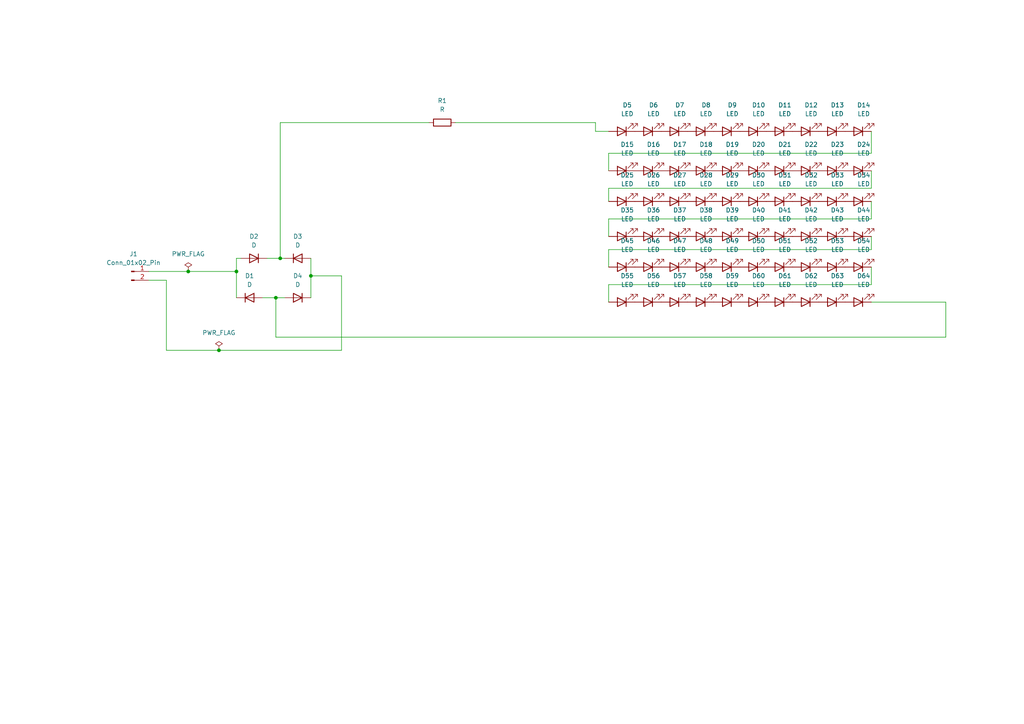
<source format=kicad_sch>
(kicad_sch (version 20230121) (generator eeschema)
  (paper "A4")
  (lib_symbols
    (symbol "Connector:Conn_01x02_Pin" (pin_names (offset 1.016) hide)
      (property "Reference" "J" (at 0 2.54 0))
      (property "Value" "Conn_01x02_Pin" (at 0 -5.08 0))
      (symbol "Conn_01x02_Pin_1_1"
        (polyline (pts (xy 1.27 -2.54) (xy 0.8636 -2.54)) (stroke (width 0.1524)))
        (polyline (pts (xy 1.27 0) (xy 0.8636 0)) (stroke (width 0.1524)))
        (rectangle (start 0.8636 -2.413) (end 0 -2.667) (stroke (width 0.1524)) (fill (type outline)))
        (rectangle (start 0.8636 0.127) (end 0 -0.127) (stroke (width 0.1524)) (fill (type outline)))
        (pin passive line (at 5.08 0 180) (length 3.81) (name "Pin_1") (number "1"))
        (pin passive line (at 5.08 -2.54 180) (length 3.81) (name "Pin_2") (number "2"))
      )
    )
    (symbol "Device:D" (pin_numbers hide) (pin_names (offset 1.016) hide)
      (property "Reference" "D" (at 0 2.54 0))
      (property "Value" "D" (at 0 -2.54 0))
      (symbol "D_0_1"
        (polyline (pts (xy -1.27 1.27) (xy -1.27 -1.27)) (stroke (width 0.254)))
        (polyline (pts (xy 1.27 0) (xy -1.27 0)))
        (polyline (pts (xy 1.27 1.27) (xy 1.27 -1.27) (xy -1.27 0) (xy 1.27 1.27)) (stroke (width 0.254)))
      )
      (symbol "D_1_1"
        (pin passive line (at -3.81 0 0) (length 2.54) (name "K") (number "1"))
        (pin passive line (at 3.81 0 180) (length 2.54) (name "A") (number "2"))
      )
    )
    (symbol "Device:LED" (pin_numbers hide) (pin_names (offset 1.016) hide)
      (property "Reference" "D" (at 0 2.54 0))
      (property "Value" "LED" (at 0 -2.54 0))
      (symbol "LED_0_1"
        (polyline (pts (xy -1.27 -1.27) (xy -1.27 1.27)) (stroke (width 0.254)))
        (polyline (pts (xy -1.27 0) (xy 1.27 0)))
        (polyline (pts (xy 1.27 -1.27) (xy 1.27 1.27) (xy -1.27 0) (xy 1.27 -1.27)) (stroke (width 0.254)))
        (polyline (pts (xy -3.048 -0.762) (xy -4.572 -2.286) (xy -3.81 -2.286) (xy -4.572 -2.286) (xy -4.572 -1.524)))
        (polyline (pts (xy -1.778 -0.762) (xy -3.302 -2.286) (xy -2.54 -2.286) (xy -3.302 -2.286) (xy -3.302 -1.524)))
      )
      (symbol "LED_1_1"
        (pin passive line (at -3.81 0 0) (length 2.54) (name "K") (number "1"))
        (pin passive line (at 3.81 0 180) (length 2.54) (name "A") (number "2"))
      )
    )
    (symbol "Device:R" (pin_numbers hide) (pin_names (offset 0))
      (property "Reference" "R" (at 2.032 0 90))
      (property "Value" "R" (at 0 0 90))
      (symbol "R_0_1"
        (rectangle (start -1.016 -2.54) (end 1.016 2.54) (stroke (width 0.254)))
      )
      (symbol "R_1_1"
        (pin passive line (at 0 3.81 270) (length 1.27) (name "~") (number "1"))
        (pin passive line (at 0 -3.81 90) (length 1.27) (name "~") (number "2"))
      )
    )
    (symbol "power:PWR_FLAG" (power) (pin_numbers hide) (pin_names (offset 0) hide)
      (property "Value" "PWR_FLAG" (at 0 3.81 0))
      (symbol "PWR_FLAG_0_0"
        (pin power_out line (at 0 0 90) (length 0) (name "pwr") (number "1"))
      )
      (symbol "PWR_FLAG_0_1"
        (polyline (pts (xy 0 0) (xy 0 1.27) (xy -1.016 1.905) (xy 0 2.54) (xy 1.016 1.905) (xy 0 1.27)))
      )
    )
  )
  (junction (at 54.61 78.74))
  (junction (at 80.01 86.36))
  (junction (at 81.28 74.93))
  (junction (at 63.5 101.6))
  (junction (at 68.58 78.74))
  (junction (at 90.17 80.01))
  (wire (pts (xy 252.73 54.61) (xy 176.53 54.61)))
  (wire (pts (xy 176.53 82.55) (xy 176.53 87.63)))
  (wire (pts (xy 176.53 54.61) (xy 176.53 58.42)))
  (wire (pts (xy 63.5 101.6) (xy 99.06 101.6)))
  (wire (pts (xy 252.73 72.39) (xy 176.53 72.39)))
  (wire (pts (xy 172.72 35.56) (xy 172.72 38.1)))
  (wire (pts (xy 172.72 38.1) (xy 176.53 38.1)))
  (wire (pts (xy 68.58 74.93) (xy 69.85 74.93)))
  (wire (pts (xy 90.17 74.93) (xy 90.17 80.01)))
  (wire (pts (xy 252.73 77.47) (xy 252.73 82.55)))
  (wire (pts (xy 274.32 87.63) (xy 274.32 97.79)))
  (wire (pts (xy 90.17 80.01) (xy 90.17 86.36)))
  (wire (pts (xy 48.26 81.28) (xy 48.26 101.6)))
  (wire (pts (xy 252.73 82.55) (xy 176.53 82.55)))
  (wire (pts (xy 80.01 86.36) (xy 82.55 86.36)))
  (wire (pts (xy 274.32 97.79) (xy 80.01 97.79)))
  (wire (pts (xy 252.73 68.58) (xy 252.73 72.39)))
  (wire (pts (xy 48.26 101.6) (xy 63.5 101.6)))
  (wire (pts (xy 252.73 87.63) (xy 274.32 87.63)))
  (wire (pts (xy 176.53 63.5) (xy 176.53 68.58)))
  (wire (pts (xy 252.73 63.5) (xy 176.53 63.5)))
  (wire (pts (xy 43.18 81.28) (xy 48.26 81.28)))
  (wire (pts (xy 132.08 35.56) (xy 172.72 35.56)))
  (wire (pts (xy 99.06 80.01) (xy 90.17 80.01)))
  (wire (pts (xy 252.73 49.53) (xy 252.73 54.61)))
  (wire (pts (xy 80.01 97.79) (xy 80.01 86.36)))
  (wire (pts (xy 43.18 78.74) (xy 54.61 78.74)))
  (wire (pts (xy 68.58 86.36) (xy 68.58 78.74)))
  (wire (pts (xy 81.28 35.56) (xy 81.28 74.93)))
  (wire (pts (xy 124.46 35.56) (xy 81.28 35.56)))
  (wire (pts (xy 176.53 44.45) (xy 176.53 49.53)))
  (wire (pts (xy 68.58 78.74) (xy 68.58 74.93)))
  (wire (pts (xy 176.53 72.39) (xy 176.53 77.47)))
  (wire (pts (xy 54.61 78.74) (xy 68.58 78.74)))
  (wire (pts (xy 252.73 44.45) (xy 176.53 44.45)))
  (wire (pts (xy 77.47 74.93) (xy 81.28 74.93)))
  (wire (pts (xy 81.28 74.93) (xy 82.55 74.93)))
  (wire (pts (xy 252.73 38.1) (xy 252.73 44.45)))
  (wire (pts (xy 76.2 86.36) (xy 80.01 86.36)))
  (wire (pts (xy 99.06 101.6) (xy 99.06 80.01)))
  (wire (pts (xy 252.73 58.42) (xy 252.73 63.5)))
  (symbol (lib_id "Device:LED") (at 241.3 58.42 180) (unit 1)
    (property "Reference" "D33" (at 242.8875 50.8 0))
    (property "Value" "LED" (at 242.8875 53.34 0))
    (property "Footprint" "LED_SMD:LED_1206_3216Metric" (effects hide))
  )
  (symbol (lib_id "Device:LED") (at 203.2 38.1 180) (unit 1)
    (property "Reference" "D8" (at 204.7875 30.48 0))
    (property "Value" "LED" (at 204.7875 33.02 0))
    (property "Footprint" "LED_SMD:LED_1206_3216Metric" (effects hide))
  )
  (symbol (lib_id "Device:LED") (at 241.3 68.58 180) (unit 1)
    (property "Reference" "D43" (at 242.8875 60.96 0))
    (property "Value" "LED" (at 242.8875 63.5 0))
    (property "Footprint" "LED_SMD:LED_1206_3216Metric" (effects hide))
  )
  (symbol (lib_id "Device:LED") (at 218.44 49.53 180) (unit 1)
    (property "Reference" "D20" (at 220.0275 41.91 0))
    (property "Value" "LED" (at 220.0275 44.45 0))
    (property "Footprint" "LED_SMD:LED_1206_3216Metric" (effects hide))
  )
  (symbol (lib_id "Device:LED") (at 248.92 49.53 180) (unit 1)
    (property "Reference" "D24" (at 250.5075 41.91 0))
    (property "Value" "LED" (at 250.5075 44.45 0))
    (property "Footprint" "LED_SMD:LED_1206_3216Metric" (effects hide))
  )
  (symbol (lib_id "Device:LED") (at 180.34 68.58 180) (unit 1)
    (property "Reference" "D35" (at 181.9275 60.96 0))
    (property "Value" "LED" (at 181.9275 63.5 0))
    (property "Footprint" "LED_SMD:LED_1206_3216Metric" (effects hide))
  )
  (symbol (lib_id "Device:LED") (at 248.92 38.1 180) (unit 1)
    (property "Reference" "D14" (at 250.5075 30.48 0))
    (property "Value" "LED" (at 250.5075 33.02 0))
    (property "Footprint" "LED_SMD:LED_1206_3216Metric" (effects hide))
  )
  (symbol (lib_id "Device:LED") (at 226.06 68.58 180) (unit 1)
    (property "Reference" "D41" (at 227.6475 60.96 0))
    (property "Value" "LED" (at 227.6475 63.5 0))
    (property "Footprint" "LED_SMD:LED_1206_3216Metric" (effects hide))
  )
  (symbol (lib_id "Device:LED") (at 180.34 49.53 180) (unit 1)
    (property "Reference" "D15" (at 181.9275 41.91 0))
    (property "Value" "LED" (at 181.9275 44.45 0))
    (property "Footprint" "LED_SMD:LED_1206_3216Metric" (effects hide))
  )
  (symbol (lib_id "Device:LED") (at 203.2 58.42 180) (unit 1)
    (property "Reference" "D28" (at 204.7875 50.8 0))
    (property "Value" "LED" (at 204.7875 53.34 0))
    (property "Footprint" "LED_SMD:LED_1206_3216Metric" (effects hide))
  )
  (symbol (lib_id "Device:LED") (at 210.82 68.58 180) (unit 1)
    (property "Reference" "D39" (at 212.4075 60.96 0))
    (property "Value" "LED" (at 212.4075 63.5 0))
    (property "Footprint" "LED_SMD:LED_1206_3216Metric" (effects hide))
  )
  (symbol (lib_id "Device:LED") (at 233.68 87.63 180) (unit 1)
    (property "Reference" "D62" (at 235.2675 80.01 0))
    (property "Value" "LED" (at 235.2675 82.55 0))
    (property "Footprint" "LED_SMD:LED_1206_3216Metric" (effects hide))
  )
  (symbol (lib_id "Device:LED") (at 203.2 77.47 180) (unit 1)
    (property "Reference" "D48" (at 204.7875 69.85 0))
    (property "Value" "LED" (at 204.7875 72.39 0))
    (property "Footprint" "LED_SMD:LED_1206_3216Metric" (effects hide))
  )
  (symbol (lib_id "Device:LED") (at 210.82 87.63 180) (unit 1)
    (property "Reference" "D59" (at 212.4075 80.01 0))
    (property "Value" "LED" (at 212.4075 82.55 0))
    (property "Footprint" "LED_SMD:LED_1206_3216Metric" (effects hide))
  )
  (symbol (lib_id "Device:LED") (at 203.2 49.53 180) (unit 1)
    (property "Reference" "D18" (at 204.7875 41.91 0))
    (property "Value" "LED" (at 204.7875 44.45 0))
    (property "Footprint" "LED_SMD:LED_1206_3216Metric" (effects hide))
  )
  (symbol (lib_id "Device:LED") (at 203.2 87.63 180) (unit 1)
    (property "Reference" "D58" (at 204.7875 80.01 0))
    (property "Value" "LED" (at 204.7875 82.55 0))
    (property "Footprint" "LED_SMD:LED_1206_3216Metric" (effects hide))
  )
  (symbol (lib_id "Connector:Conn_01x02_Pin") (at 38.1 78.74 0) (unit 1)
    (property "Reference" "J1" (at 38.735 73.66 0))
    (property "Value" "Conn_01x02_Pin" (at 38.735 76.2 0))
    (property "Footprint" "Connector_PinSocket_2.54mm:PinSocket_1x02_P2.54mm_Vertical" (effects hide))
  )
  (symbol (lib_id "Device:LED") (at 226.06 87.63 180) (unit 1)
    (property "Reference" "D61" (at 227.6475 80.01 0))
    (property "Value" "LED" (at 227.6475 82.55 0))
    (property "Footprint" "LED_SMD:LED_1206_3216Metric" (effects hide))
  )
  (symbol (lib_id "Device:LED") (at 187.96 68.58 180) (unit 1)
    (property "Reference" "D36" (at 189.5475 60.96 0))
    (property "Value" "LED" (at 189.5475 63.5 0))
    (property "Footprint" "LED_SMD:LED_1206_3216Metric" (effects hide))
  )
  (symbol (lib_id "Device:LED") (at 233.68 38.1 180) (unit 1)
    (property "Reference" "D12" (at 235.2675 30.48 0))
    (property "Value" "LED" (at 235.2675 33.02 0))
    (property "Footprint" "LED_SMD:LED_1206_3216Metric" (effects hide))
  )
  (symbol (lib_id "Device:LED") (at 218.44 58.42 180) (unit 1)
    (property "Reference" "D30" (at 220.0275 50.8 0))
    (property "Value" "LED" (at 220.0275 53.34 0))
    (property "Footprint" "LED_SMD:LED_1206_3216Metric" (effects hide))
  )
  (symbol (lib_id "Device:LED") (at 248.92 87.63 180) (unit 1)
    (property "Reference" "D64" (at 250.5075 80.01 0))
    (property "Value" "LED" (at 250.5075 82.55 0))
    (property "Footprint" "LED_SMD:LED_1206_3216Metric" (effects hide))
  )
  (symbol (lib_id "Device:LED") (at 241.3 49.53 180) (unit 1)
    (property "Reference" "D23" (at 242.8875 41.91 0))
    (property "Value" "LED" (at 242.8875 44.45 0))
    (property "Footprint" "LED_SMD:LED_1206_3216Metric" (effects hide))
  )
  (symbol (lib_id "Device:LED") (at 218.44 38.1 180) (unit 1)
    (property "Reference" "D10" (at 220.0275 30.48 0))
    (property "Value" "LED" (at 220.0275 33.02 0))
    (property "Footprint" "LED_SMD:LED_1206_3216Metric" (effects hide))
  )
  (symbol (lib_id "Device:LED") (at 195.58 87.63 180) (unit 1)
    (property "Reference" "D57" (at 197.1675 80.01 0))
    (property "Value" "LED" (at 197.1675 82.55 0))
    (property "Footprint" "LED_SMD:LED_1206_3216Metric" (effects hide))
  )
  (symbol (lib_id "Device:LED") (at 226.06 38.1 180) (unit 1)
    (property "Reference" "D11" (at 227.6475 30.48 0))
    (property "Value" "LED" (at 227.6475 33.02 0))
    (property "Footprint" "LED_SMD:LED_1206_3216Metric" (effects hide))
  )
  (symbol (lib_id "Device:LED") (at 187.96 38.1 180) (unit 1)
    (property "Reference" "D6" (at 189.5475 30.48 0))
    (property "Value" "LED" (at 189.5475 33.02 0))
    (property "Footprint" "LED_SMD:LED_1206_3216Metric" (effects hide))
  )
  (symbol (lib_id "Device:LED") (at 241.3 38.1 180) (unit 1)
    (property "Reference" "D13" (at 242.8875 30.48 0))
    (property "Value" "LED" (at 242.8875 33.02 0))
    (property "Footprint" "LED_SMD:LED_1206_3216Metric" (effects hide))
  )
  (symbol (lib_id "Device:D") (at 72.39 86.36 0) (unit 1)
    (property "Reference" "D1" (at 72.39 80.01 0))
    (property "Value" "D" (at 72.39 82.55 0))
    (property "Footprint" "Diode_SMD:D_1206_3216Metric" (effects hide))
    (property "Sim.Device" "D" (effects hide))
    (property "Sim.Pins" "1=K 2=A" (effects hide))
  )
  (symbol (lib_id "Device:LED") (at 226.06 58.42 180) (unit 1)
    (property "Reference" "D31" (at 227.6475 50.8 0))
    (property "Value" "LED" (at 227.6475 53.34 0))
    (property "Footprint" "LED_SMD:LED_1206_3216Metric" (effects hide))
  )
  (symbol (lib_id "Device:D") (at 86.36 86.36 180) (unit 1)
    (property "Reference" "D4" (at 86.36 80.01 0))
    (property "Value" "D" (at 86.36 82.55 0))
    (property "Footprint" "Diode_SMD:D_1206_3216Metric" (effects hide))
    (property "Sim.Device" "D" (effects hide))
    (property "Sim.Pins" "1=K 2=A" (effects hide))
  )
  (symbol (lib_id "Device:D") (at 86.36 74.93 0) (unit 1)
    (property "Reference" "D3" (at 86.36 68.58 0))
    (property "Value" "D" (at 86.36 71.12 0))
    (property "Footprint" "Diode_SMD:D_1206_3216Metric" (effects hide))
    (property "Sim.Device" "D" (effects hide))
    (property "Sim.Pins" "1=K 2=A" (effects hide))
  )
  (symbol (lib_id "Device:LED") (at 180.34 77.47 180) (unit 1)
    (property "Reference" "D45" (at 181.9275 69.85 0))
    (property "Value" "LED" (at 181.9275 72.39 0))
    (property "Footprint" "LED_SMD:LED_1206_3216Metric" (effects hide))
  )
  (symbol (lib_id "Device:LED") (at 210.82 58.42 180) (unit 1)
    (property "Reference" "D29" (at 212.4075 50.8 0))
    (property "Value" "LED" (at 212.4075 53.34 0))
    (property "Footprint" "LED_SMD:LED_1206_3216Metric" (effects hide))
  )
  (symbol (lib_id "Device:LED") (at 226.06 49.53 180) (unit 1)
    (property "Reference" "D21" (at 227.6475 41.91 0))
    (property "Value" "LED" (at 227.6475 44.45 0))
    (property "Footprint" "LED_SMD:LED_1206_3216Metric" (effects hide))
  )
  (symbol (lib_id "Device:LED") (at 226.06 77.47 180) (unit 1)
    (property "Reference" "D51" (at 227.6475 69.85 0))
    (property "Value" "LED" (at 227.6475 72.39 0))
    (property "Footprint" "LED_SMD:LED_1206_3216Metric" (effects hide))
  )
  (symbol (lib_id "Device:LED") (at 180.34 87.63 180) (unit 1)
    (property "Reference" "D55" (at 181.9275 80.01 0))
    (property "Value" "LED" (at 181.9275 82.55 0))
    (property "Footprint" "LED_SMD:LED_1206_3216Metric" (effects hide))
  )
  (symbol (lib_id "power:PWR_FLAG") (at 54.61 78.74 0) (unit 1)
    (property "Reference" "#FLG01" (effects hide))
    (property "Value" "PWR_FLAG" (at 54.61 73.66 0))
  )
  (symbol (lib_id "Device:LED") (at 210.82 38.1 180) (unit 1)
    (property "Reference" "D9" (at 212.4075 30.48 0))
    (property "Value" "LED" (at 212.4075 33.02 0))
    (property "Footprint" "LED_SMD:LED_1206_3216Metric" (effects hide))
  )
  (symbol (lib_id "Device:R") (at 128.27 35.56 90) (unit 1)
    (property "Reference" "R1" (at 128.27 29.21 90))
    (property "Value" "R" (at 128.27 31.75 90))
    (property "Footprint" "Resistor_SMD:R_1206_3216Metric" (effects hide))
  )
  (symbol (lib_id "power:PWR_FLAG") (at 63.5 101.6 0) (unit 1)
    (property "Reference" "#FLG02" (effects hide))
    (property "Value" "PWR_FLAG" (at 63.5 96.52 0))
  )
  (symbol (lib_id "Device:LED") (at 241.3 77.47 180) (unit 1)
    (property "Reference" "D53" (at 242.8875 69.85 0))
    (property "Value" "LED" (at 242.8875 72.39 0))
    (property "Footprint" "LED_SMD:LED_1206_3216Metric" (effects hide))
  )
  (symbol (lib_id "Device:LED") (at 248.92 68.58 180) (unit 1)
    (property "Reference" "D44" (at 250.5075 60.96 0))
    (property "Value" "LED" (at 250.5075 63.5 0))
    (property "Footprint" "LED_SMD:LED_1206_3216Metric" (effects hide))
  )
  (symbol (lib_id "Device:LED") (at 180.34 58.42 180) (unit 1)
    (property "Reference" "D25" (at 181.9275 50.8 0))
    (property "Value" "LED" (at 181.9275 53.34 0))
    (property "Footprint" "LED_SMD:LED_1206_3216Metric" (effects hide))
  )
  (symbol (lib_id "Device:LED") (at 203.2 68.58 180) (unit 1)
    (property "Reference" "D38" (at 204.7875 60.96 0))
    (property "Value" "LED" (at 204.7875 63.5 0))
    (property "Footprint" "LED_SMD:LED_1206_3216Metric" (effects hide))
  )
  (symbol (lib_id "Device:LED") (at 210.82 77.47 180) (unit 1)
    (property "Reference" "D49" (at 212.4075 69.85 0))
    (property "Value" "LED" (at 212.4075 72.39 0))
    (property "Footprint" "LED_SMD:LED_1206_3216Metric" (effects hide))
  )
  (symbol (lib_id "Device:LED") (at 233.68 77.47 180) (unit 1)
    (property "Reference" "D52" (at 235.2675 69.85 0))
    (property "Value" "LED" (at 235.2675 72.39 0))
    (property "Footprint" "LED_SMD:LED_1206_3216Metric" (effects hide))
  )
  (symbol (lib_id "Device:LED") (at 195.58 58.42 180) (unit 1)
    (property "Reference" "D27" (at 197.1675 50.8 0))
    (property "Value" "LED" (at 197.1675 53.34 0))
    (property "Footprint" "LED_SMD:LED_1206_3216Metric" (effects hide))
  )
  (symbol (lib_id "Device:LED") (at 233.68 58.42 180) (unit 1)
    (property "Reference" "D32" (at 235.2675 50.8 0))
    (property "Value" "LED" (at 235.2675 53.34 0))
    (property "Footprint" "LED_SMD:LED_1206_3216Metric" (effects hide))
  )
  (symbol (lib_id "Device:LED") (at 210.82 49.53 180) (unit 1)
    (property "Reference" "D19" (at 212.4075 41.91 0))
    (property "Value" "LED" (at 212.4075 44.45 0))
    (property "Footprint" "LED_SMD:LED_1206_3216Metric" (effects hide))
  )
  (symbol (lib_id "Device:D") (at 73.66 74.93 180) (unit 1)
    (property "Reference" "D2" (at 73.66 68.58 0))
    (property "Value" "D" (at 73.66 71.12 0))
    (property "Footprint" "Diode_SMD:D_1206_3216Metric" (effects hide))
    (property "Sim.Device" "D" (effects hide))
    (property "Sim.Pins" "1=K 2=A" (effects hide))
  )
  (symbol (lib_id "Device:LED") (at 218.44 87.63 180) (unit 1)
    (property "Reference" "D60" (at 220.0275 80.01 0))
    (property "Value" "LED" (at 220.0275 82.55 0))
    (property "Footprint" "LED_SMD:LED_1206_3216Metric" (effects hide))
  )
  (symbol (lib_id "Device:LED") (at 218.44 68.58 180) (unit 1)
    (property "Reference" "D40" (at 220.0275 60.96 0))
    (property "Value" "LED" (at 220.0275 63.5 0))
    (property "Footprint" "LED_SMD:LED_1206_3216Metric" (effects hide))
  )
  (symbol (lib_id "Device:LED") (at 233.68 68.58 180) (unit 1)
    (property "Reference" "D42" (at 235.2675 60.96 0))
    (property "Value" "LED" (at 235.2675 63.5 0))
    (property "Footprint" "LED_SMD:LED_1206_3216Metric" (effects hide))
  )
  (symbol (lib_id "Device:LED") (at 233.68 49.53 180) (unit 1)
    (property "Reference" "D22" (at 235.2675 41.91 0))
    (property "Value" "LED" (at 235.2675 44.45 0))
    (property "Footprint" "LED_SMD:LED_1206_3216Metric" (effects hide))
  )
  (symbol (lib_id "Device:LED") (at 195.58 68.58 180) (unit 1)
    (property "Reference" "D37" (at 197.1675 60.96 0))
    (property "Value" "LED" (at 197.1675 63.5 0))
    (property "Footprint" "LED_SMD:LED_1206_3216Metric" (effects hide))
  )
  (symbol (lib_id "Device:LED") (at 187.96 49.53 180) (unit 1)
    (property "Reference" "D16" (at 189.5475 41.91 0))
    (property "Value" "LED" (at 189.5475 44.45 0))
    (property "Footprint" "LED_SMD:LED_1206_3216Metric" (effects hide))
  )
  (symbol (lib_id "Device:LED") (at 248.92 77.47 180) (unit 1)
    (property "Reference" "D54" (at 250.5075 69.85 0))
    (property "Value" "LED" (at 250.5075 72.39 0))
    (property "Footprint" "LED_SMD:LED_1206_3216Metric" (effects hide))
  )
  (symbol (lib_id "Device:LED") (at 195.58 38.1 180) (unit 1)
    (property "Reference" "D7" (at 197.1675 30.48 0))
    (property "Value" "LED" (at 197.1675 33.02 0))
    (property "Footprint" "LED_SMD:LED_1206_3216Metric" (effects hide))
  )
  (symbol (lib_id "Device:LED") (at 195.58 49.53 180) (unit 1)
    (property "Reference" "D17" (at 197.1675 41.91 0))
    (property "Value" "LED" (at 197.1675 44.45 0))
    (property "Footprint" "LED_SMD:LED_1206_3216Metric" (effects hide))
  )
  (symbol (lib_id "Device:LED") (at 187.96 58.42 180) (unit 1)
    (property "Reference" "D26" (at 189.5475 50.8 0))
    (property "Value" "LED" (at 189.5475 53.34 0))
    (property "Footprint" "LED_SMD:LED_1206_3216Metric" (effects hide))
  )
  (symbol (lib_id "Device:LED") (at 218.44 77.47 180) (unit 1)
    (property "Reference" "D50" (at 220.0275 69.85 0))
    (property "Value" "LED" (at 220.0275 72.39 0))
    (property "Footprint" "LED_SMD:LED_1206_3216Metric" (effects hide))
  )
  (symbol (lib_id "Device:LED") (at 187.96 77.47 180) (unit 1)
    (property "Reference" "D46" (at 189.5475 69.85 0))
    (property "Value" "LED" (at 189.5475 72.39 0))
    (property "Footprint" "LED_SMD:LED_1206_3216Metric" (effects hide))
  )
  (symbol (lib_id "Device:LED") (at 180.34 38.1 180) (unit 1)
    (property "Reference" "D5" (at 181.9275 30.48 0))
    (property "Value" "LED" (at 181.9275 33.02 0))
    (property "Footprint" "LED_SMD:LED_1206_3216Metric" (effects hide))
  )
  (symbol (lib_id "Device:LED") (at 241.3 87.63 180) (unit 1)
    (property "Reference" "D63" (at 242.8875 80.01 0))
    (property "Value" "LED" (at 242.8875 82.55 0))
    (property "Footprint" "LED_SMD:LED_1206_3216Metric" (effects hide))
  )
  (symbol (lib_id "Device:LED") (at 248.92 58.42 180) (unit 1)
    (property "Reference" "D34" (at 250.5075 50.8 0))
    (property "Value" "LED" (at 250.5075 53.34 0))
    (property "Footprint" "LED_SMD:LED_1206_3216Metric" (effects hide))
  )
  (symbol (lib_id "Device:LED") (at 195.58 77.47 180) (unit 1)
    (property "Reference" "D47" (at 197.1675 69.85 0))
    (property "Value" "LED" (at 197.1675 72.39 0))
    (property "Footprint" "LED_SMD:LED_1206_3216Metric" (effects hide))
  )
  (symbol (lib_id "Device:LED") (at 187.96 87.63 180) (unit 1)
    (property "Reference" "D56" (at 189.5475 80.01 0))
    (property "Value" "LED" (at 189.5475 82.55 0))
    (property "Footprint" "LED_SMD:LED_1206_3216Metric" (effects hide))
  )
)
</source>
